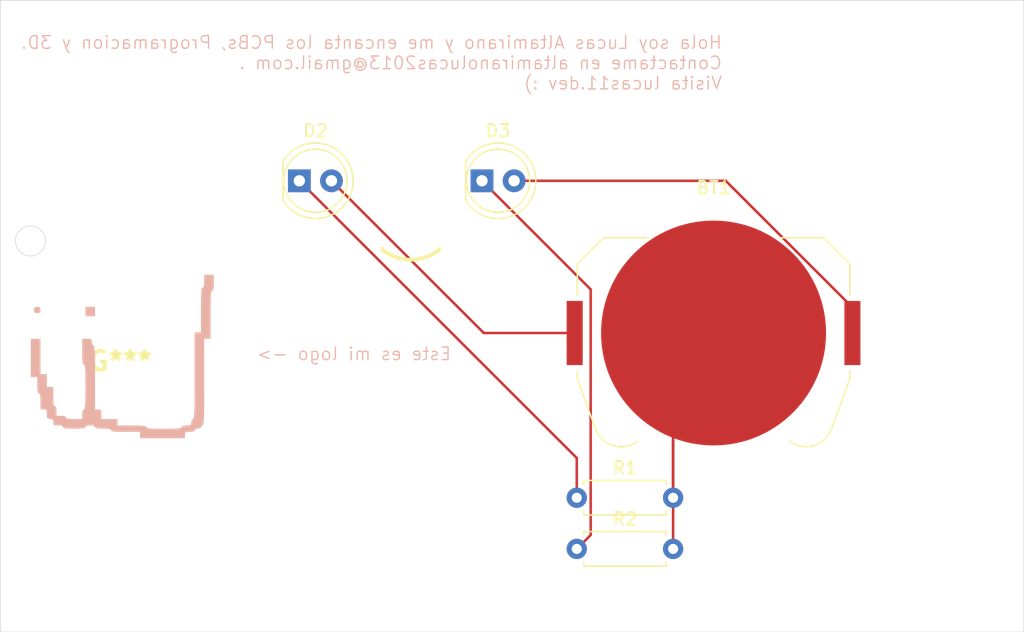
<source format=kicad_pcb>
(kicad_pcb (version 20241229) (generator "pcbnew") (generator_version "9.0")
  (layers (0 "F.Cu" signal) (2 "B.Cu" signal) (13 "F.Paste" user) (15 "B.Paste" user) (5 "F.SilkS" user "F.Silkscreen") (7 "B.SilkS" user "B.Silkscreen") (1 "F.Mask" user) (3 "B.Mask" user) (25 "Edge.Cuts" user))
  (net 0 "")
  (net 1 "Net-(BT1-+)")
  (net 2 "Net-(BT1--)")
  (net 3 "Net-(D2-K)")
  (net 4 "Net-(D3-K)")
  (footprint "LED_THT:LED_D5.0mm" (layer "F.Cu") (at 35.56 26.19375)
    (property "Reference" "D2" (at 1.27 -3.96 0) (layer "F.SilkS"))
    (property "Value" "LED")
    (fp_line (start -1.29 -1.545) (end -1.29 1.545) (stroke (width 0.12)) (layer "F.SilkS"))
    (fp_arc (start -1.29 -1.54483) (mid 2.071756 -2.880501) (end 4.26 -0.000048) (stroke (width 0.12)) (layer "F.SilkS"))
    (fp_arc (start 4.26 0.000048) (mid 2.071756 2.880501) (end -1.29 1.54483) (stroke (width 0.12)) (layer "F.SilkS"))
    (fp_circle (center 1.27 0) (end 3.77 0) (stroke (width 0.12)) (fill no) (layer "F.SilkS"))
    (pad "1" thru_hole rect (at 0 0) (size 1.8 1.8) (drill 0.9) (layers "*.Cu" "*.Mask") (net 3 "Net-(D2-K)"))
    (pad "2" thru_hole circle (at 2.54 0) (size 1.8 1.8) (drill 0.9) (layers "*.Cu" "*.Mask") (net 1 "Net-(BT1-+)"))
  )
  (footprint "Resistor_THT:R_Axial_DIN0207_L6.3mm_D2.5mm_P7.62mm_Horizontal" (layer "F.Cu") (at 57.505 55.33625)
    (property "Reference" "R2" (at 3.81 -2.37 0) (layer "F.SilkS"))
    (property "Value" "R")
    (fp_line (start 0.54 -1.37) (end 7.08 -1.37) (stroke (width 0.12)) (layer "F.SilkS"))
    (fp_line (start 0.54 -1.04) (end 0.54 -1.37) (stroke (width 0.12)) (layer "F.SilkS"))
    (fp_line (start 0.54 1.04) (end 0.54 1.37) (stroke (width 0.12)) (layer "F.SilkS"))
    (fp_line (start 0.54 1.37) (end 7.08 1.37) (stroke (width 0.12)) (layer "F.SilkS"))
    (fp_line (start 7.08 -1.37) (end 7.08 -1.04) (stroke (width 0.12)) (layer "F.SilkS"))
    (fp_line (start 7.08 1.37) (end 7.08 1.04) (stroke (width 0.12)) (layer "F.SilkS"))
    (pad "1" thru_hole circle (at 0 0) (size 1.6 1.6) (drill 0.8) (layers "*.Cu" "*.Mask") (net 4 "Net-(D3-K)"))
    (pad "2" thru_hole oval (at 7.62 0) (size 1.6 1.6) (drill 0.8) (layers "*.Cu" "*.Mask") (net 2 "Net-(BT1--)"))
  )
  (footprint "Battery:BatteryHolder_Keystone_3034_1x20mm" (layer "F.Cu") (at 68.325 38.244325)
    (property "Reference" "BT1" (at 0 -11.5 0) (layer "F.SilkS"))
    (property "Value" "Battery_Cell")
    (fp_line (start -10.78 -5.46) (end -10.78 -3) (stroke (width 0.12)) (layer "F.SilkS"))
    (fp_line (start -10.78 3) (end -10.78 3.63) (stroke (width 0.12)) (layer "F.SilkS"))
    (fp_line (start -10.78 3.63) (end -9.34 7.58) (stroke (width 0.12)) (layer "F.SilkS"))
    (fp_line (start -8.7 -7.54) (end -10.78 -5.46) (stroke (width 0.12)) (layer "F.SilkS"))
    (fp_line (start -5.2 -7.54) (end -8.7 -7.54) (stroke (width 0.12)) (layer "F.SilkS"))
    (fp_line (start 8.7 -7.54) (end 5.2 -7.54) (stroke (width 0.12)) (layer "F.SilkS"))
    (fp_line (start 8.7 -7.54) (end 10.78 -5.46) (stroke (width 0.12)) (layer "F.SilkS"))
    (fp_line (start 10.78 -5.46) (end 10.78 -3) (stroke (width 0.12)) (layer "F.SilkS"))
    (fp_line (start 10.78 3) (end 10.78 3.63) (stroke (width 0.12)) (layer "F.SilkS"))
    (fp_line (start 10.78 3.63) (end 9.34 7.58) (stroke (width 0.12)) (layer "F.SilkS"))
    (fp_arc (start -6.003354 8.56653) (mid -7.921654 8.918738) (end -9.34 7.58) (stroke (width 0.12)) (layer "F.SilkS"))
    (fp_arc (start 9.325243 7.588169) (mid 7.90634 8.911668) (end 6 8.55) (stroke (width 0.12)) (layer "F.SilkS"))
    (pad "1" smd rect (at -10.985 0) (size 1.27 5.08) (layers "F.Cu" "F.Mask" "F.Paste") (net 1 "Net-(BT1-+)"))
    (pad "1" smd rect (at 10.985 0) (size 1.27 5.08) (layers "F.Cu" "F.Mask" "F.Paste") (net 1 "Net-(BT1-+)"))
    (pad "2" smd circle (at 0 0) (size 17.8 17.8) (layers "F.Cu" "F.Mask") (net 2 "Net-(BT1--)"))
  )
  (footprint "Resistor_THT:R_Axial_DIN0207_L6.3mm_D2.5mm_P7.62mm_Horizontal" (layer "F.Cu") (at 57.505 51.28625)
    (property "Reference" "R1" (at 3.81 -2.37 0) (layer "F.SilkS"))
    (property "Value" "R")
    (fp_line (start 0.54 -1.37) (end 7.08 -1.37) (stroke (width 0.12)) (layer "F.SilkS"))
    (fp_line (start 0.54 -1.04) (end 0.54 -1.37) (stroke (width 0.12)) (layer "F.SilkS"))
    (fp_line (start 0.54 1.04) (end 0.54 1.37) (stroke (width 0.12)) (layer "F.SilkS"))
    (fp_line (start 0.54 1.37) (end 7.08 1.37) (stroke (width 0.12)) (layer "F.SilkS"))
    (fp_line (start 7.08 -1.37) (end 7.08 -1.04) (stroke (width 0.12)) (layer "F.SilkS"))
    (fp_line (start 7.08 1.37) (end 7.08 1.04) (stroke (width 0.12)) (layer "F.SilkS"))
    (pad "1" thru_hole circle (at 0 0) (size 1.6 1.6) (drill 0.8) (layers "*.Cu" "*.Mask") (net 3 "Net-(D2-K)"))
    (pad "2" thru_hole oval (at 7.62 0) (size 1.6 1.6) (drill 0.8) (layers "*.Cu" "*.Mask") (net 2 "Net-(BT1--)"))
  )
  (footprint "LED_THT:LED_D5.0mm" (layer "F.Cu") (at 50.00625 26.19375)
    (property "Reference" "D3" (at 1.27 -3.96 0) (layer "F.SilkS"))
    (property "Value" "LED")
    (fp_line (start -1.29 -1.545) (end -1.29 1.545) (stroke (width 0.12)) (layer "F.SilkS"))
    (fp_arc (start -1.29 -1.54483) (mid 2.071756 -2.880501) (end 4.26 -0.000048) (stroke (width 0.12)) (layer "F.SilkS"))
    (fp_arc (start 4.26 0.000048) (mid 2.071756 2.880501) (end -1.29 1.54483) (stroke (width 0.12)) (layer "F.SilkS"))
    (fp_circle (center 1.27 0) (end 3.77 0) (stroke (width 0.12)) (fill no) (layer "F.SilkS"))
    (pad "1" thru_hole rect (at 0 0) (size 1.8 1.8) (drill 0.9) (layers "*.Cu" "*.Mask") (net 4 "Net-(D3-K)"))
    (pad "2" thru_hole circle (at 2.54 0) (size 1.8 1.8) (drill 0.9) (layers "*.Cu" "*.Mask") (net 1 "Net-(BT1-+)"))
  )
  (footprint "LOGO" (layer "B.Cu") (at 21.43125 40.48125 180)
    (property "Reference" "G***" (at 0 0 0) (layer "F.SilkS") (effects (font (size 1.5 1.5) (thickness 0.3))))
    (property "Value" "LOGO" (hide yes))
    (fp_poly (pts (xy 2.794 3.937) (xy 2.794 3.556) (xy 2.413 3.556) (xy 2.032 3.556) (xy 2.032 3.937) (xy 2.032 4.318) (xy 2.413 4.318) (xy 2.794 4.318)) (fill yes) (layer "B.SilkS"))
    (fp_poly (pts (xy 6.783908 4.297021) (xy 6.850218 4.198061) (xy 6.858 4.064) (xy 6.83702 3.884092) (xy 6.73806 3.817782) (xy 6.604 3.81) (xy 6.424091 3.83098) (xy 6.357781 3.92994) (xy 6.35 4.064) (xy 6.370979 4.243909) (xy 6.469939 4.310219) (xy 6.604 4.318)) (fill yes) (layer "B.SilkS"))
    (fp_poly (pts (xy -6.604 6.35) (xy -6.594247 6.055028) (xy -6.559672 5.896659) (xy -6.492303 5.843002) (xy -6.477 5.842) (xy -6.434127 5.821704) (xy -6.401906 5.747353) (xy -6.378894 5.598756) (xy -6.363649 5.355723) (xy -6.35473 4.998063) (xy -6.350693 4.505584) (xy -6.35 4.064) (xy -6.35 2.286) (xy -6.096 2.286) (xy -5.842 2.286) (xy -5.842 -1.143) (xy -5.841372 -2.00418) (xy -5.839124 -2.710781) (xy -5.834708 -3.277553) (xy -5.82758 -3.719249) (xy -5.817192 -4.050618) (xy -5.802998 -4.286411) (xy -5.784453 -4.44138) (xy -5.761009 -4.530275) (xy -5.73212 -4.567847) (xy -5.715 -4.572) (xy -5.614174 -4.647728) (xy -5.588 -4.826) (xy -5.576956 -4.982188) (xy -5.513186 -5.056164) (xy -5.350737 -5.078564) (xy -5.207 -5.08) (xy -4.955878 -5.09662) (xy -4.841492 -5.153134) (xy -4.826 -5.207) (xy -4.803839 -5.254678) (xy -4.722318 -5.289016) (xy -4.558881 -5.312064) (xy -4.290974 -5.325873) (xy -3.896041 -5.332493) (xy -3.429 -5.334) (xy -2.904537 -5.331985) (xy -2.526818 -5.324574) (xy -2.273289 -5.309716) (xy -2.121394 -5.285361) (xy -2.048577 -5.249458) (xy -2.032 -5.207) (xy -2.007888 -5.154964) (xy -1.919119 -5.118999) (xy -1.741049 -5.096366) (xy -1.449031 -5.084325) (xy -1.018421 -5.08014) (xy -0.889 -5.08) (xy 0.254 -5.08) (xy 0.254 -4.826) (xy 0.254 -4.572) (xy 0.889 -4.572) (xy 1.524 -4.572) (xy 1.524 -4.191) (xy 1.531363 -3.956717) (xy 1.573876 -3.845753) (xy 1.682175 -3.812153) (xy 1.778 -3.81) (xy 2.032 -3.81) (xy 2.032 -1.27) (xy 2.032911 -0.538941) (xy 2.036215 0.039844) (xy 2.042763 0.483407) (xy 2.053409 0.808803) (xy 2.069004 1.033083) (xy 2.090402 1.1733) (xy 2.118455 1.246508) (xy 2.154016 1.269758) (xy 2.159 1.27) (xy 2.259826 1.345729) (xy 2.286 1.524) (xy 2.297044 1.680189) (xy 2.360814 1.754165) (xy 2.523263 1.776565) (xy 2.667 1.778) (xy 3.048 1.778) (xy 3.048 0.762) (xy 3.044815 0.32396) (xy 3.033104 0.029265) (xy 3.009627 -0.147989) (xy 2.971147 -0.233707) (xy 2.921 -0.254) (xy 2.878126 -0.274296) (xy 2.845905 -0.348647) (xy 2.822893 -0.497244) (xy 2.807648 -0.740277) (xy 2.798729 -1.097937) (xy 2.794692 -1.590416) (xy 2.794 -2.032) (xy 2.795449 -2.632225) (xy 2.80076 -3.083326) (xy 2.811374 -3.405493) (xy 2.828734 -3.618918) (xy 2.854281 -3.74379) (xy 2.889458 -3.800302) (xy 2.921 -3.81) (xy 3.004707 -3.859861) (xy 3.042836 -4.029402) (xy 3.048 -4.191) (xy 3.048 -4.572) (xy 3.683 -4.572) (xy 4.017945 -4.565347) (xy 4.214554 -4.541306) (xy 4.30345 -4.493752) (xy 4.318 -4.445) (xy 4.367861 -4.361292) (xy 4.537402 -4.323163) (xy 4.699 -4.318) (xy 5.08 -4.318) (xy 5.08 -3.937) (xy 5.09662 -3.685877) (xy 5.153134 -3.571491) (xy 5.207 -3.556) (xy 5.268958 -3.526304) (xy 5.307551 -3.417927) (xy 5.327601 -3.20193) (xy 5.333933 -2.849374) (xy 5.334 -2.794) (xy 5.334 -2.032) (xy 5.588 -2.032) (xy 5.842 -2.032) (xy 5.842 -1.524) (xy 5.842 -1.016) (xy 6.096 -1.016) (xy 6.35 -1.016) (xy 6.35 0.381) (xy 6.35 1.778) (xy 6.731 1.778) (xy 7.112 1.778) (xy 7.112 0.254) (xy 7.112 -1.27) (xy 6.858 -1.27) (xy 6.604 -1.27) (xy 6.604 -1.905) (xy 6.597347 -2.239945) (xy 6.573306 -2.436554) (xy 6.525752 -2.52545) (xy 6.477 -2.54) (xy 6.41001 -2.573263) (xy 6.370689 -2.693468) (xy 6.352909 -2.931238) (xy 6.35 -3.175) (xy 6.35 -3.81) (xy 6.096 -3.81) (xy 5.939811 -3.821044) (xy 5.865835 -3.884814) (xy 5.843435 -4.047263) (xy 5.842 -4.191) (xy 5.834636 -4.425282) (xy 5.792123 -4.536246) (xy 5.683824 -4.569846) (xy 5.588 -4.572) (xy 5.408091 -4.592979) (xy 5.341781 -4.691939) (xy 5.334 -4.826) (xy 5.322955 -4.982188) (xy 5.259185 -5.056164) (xy 5.096736 -5.078564) (xy 4.953 -5.08) (xy 4.701877 -5.09662) (xy 4.587491 -5.153134) (xy 4.572 -5.207) (xy 4.544745 -5.264995) (xy 4.444757 -5.302722) (xy 4.244701 -5.324087) (xy 3.917242 -5.332994) (xy 3.683 -5.334) (xy 3.277033 -5.330106) (xy 3.012941 -5.315822) (xy 2.863387 -5.287243) (xy 2.801036 -5.240463) (xy 2.794 -5.207) (xy 2.744138 -5.123292) (xy 2.574597 -5.085163) (xy 2.413 -5.08) (xy 2.161877 -5.09662) (xy 2.047491 -5.153134) (xy 2.032 -5.207) (xy 1.998736 -5.273989) (xy 1.878531 -5.31331) (xy 1.640761 -5.33109) (xy 1.397 -5.334) (xy 1.062054 -5.340652) (xy 0.865445 -5.364693) (xy 0.776549 -5.412247) (xy 0.762 -5.461) (xy 0.737887 -5.513035) (xy 0.649118 -5.549) (xy 0.471048 -5.571633) (xy 0.17903 -5.583674) (xy -0.25158 -5.587859) (xy -0.381 -5.588) (xy -1.524 -5.588) (xy -1.524 -5.842) (xy -1.524 -6.096) (xy -3.302 -6.096) (xy -5.08 -6.096) (xy -5.08 -5.842) (xy -5.091045 -5.685811) (xy -5.154815 -5.611835) (xy -5.317264 -5.589435) (xy -5.461 -5.588) (xy -5.712123 -5.571379) (xy -5.826509 -5.514865) (xy -5.842 -5.461) (xy -5.917729 -5.360173) (xy -6.096 -5.334) (xy -6.297653 -5.296135) (xy -6.35 -5.207) (xy -6.417773 -5.094751) (xy -6.477 -5.08) (xy -6.508896 -5.06304) (xy -6.535066 -5.002329) (xy -6.556058 -4.883115) (xy -6.572417 -4.690647) (xy -6.58469 -4.410174) (xy -6.593423 -4.026945) (xy -6.599163 -3.52621) (xy -6.602455 -2.893218) (xy -6.603847 -2.113217) (xy -6.604 -1.651) (xy -6.604 1.778) (xy -6.858 1.778) (xy -7.112 1.778) (xy -7.112 3.683) (xy -7.113323 4.3067) (xy -7.11816 4.78063) (xy -7.127815 5.124341) (xy -7.143591 5.357381) (xy -7.166791 5.499302) (xy -7.198718 5.569651) (xy -7.239 5.588) (xy -7.30599 5.621264) (xy -7.345311 5.741469) (xy -7.363091 5.979239) (xy -7.366 6.223) (xy -7.366 6.858) (xy -6.985 6.858) (xy -6.604 6.858)) (fill yes) (layer "B.SilkS"))
  )
  (gr_rect (start 11.90625 11.90625) (end 92.86875 61.9125) (stroke (width 0.05)) (fill no) (layer "Edge.Cuts"))
  (gr_circle (center 14.2875 30.95625) (end 14.2875 32.146875) (stroke (width 0.05)) (fill no) (layer "Edge.Cuts"))
  (gr_text ")" (at 42.8625 30.95625 270) (layer "F.SilkS") (effects (font (size 3 3) (thickness 0.3) (bold yes)) (justify left bottom)))
  (gr_text "Hola soy Lucas Altamirano y me encanta los PCBs, Programacion y 3D.\nContactame en altamiranolucas2013@gmail.com .\nVisita lucas11.dev :)" (at 69.05625 19.05 0) (layer "B.SilkS") (effects (font (size 1 1) (thickness 0.1)) (justify left bottom mirror)))
  (gr_text "Este es mi logo ->" (at 47.625 40.48125 0) (layer "B.SilkS") (effects (font (size 1 1) (thickness 0.1)) (justify left bottom mirror)))
  (segment (start 79.31 36.217146) (end 79.31 38.244325) (width 0.2) (layer "F.Cu") (net 1))
  (segment (start 38.1 26.19375) (end 50.150575 38.244325) (width 0.2) (layer "F.Cu") (net 1))
  (segment (start 69.286604 26.19375) (end 79.31 36.217146) (width 0.2) (layer "F.Cu") (net 1))
  (segment (start 52.54625 26.19375) (end 69.286604 26.19375) (width 0.2) (layer "F.Cu") (net 1))
  (segment (start 50.150575 38.244325) (end 57.34 38.244325) (width 0.2) (layer "F.Cu") (net 1))
  (segment (start 65.125 55.33625) (end 65.125 41.444325) (width 0.2) (layer "F.Cu") (net 2))
  (segment (start 65.125 51.28625) (end 65.125 41.444325) (width 0.2) (layer "F.Cu") (net 2))
  (segment (start 65.125 41.444325) (end 68.325 38.244325) (width 0.2) (layer "F.Cu") (net 2))
  (segment (start 57.505 51.28625) (end 57.505 48.13875) (width 0.2) (layer "F.Cu") (net 3))
  (segment (start 57.505 48.13875) (end 35.56 26.19375) (width 0.2) (layer "F.Cu") (net 3))
  (segment (start 58.606 54.23525) (end 58.606 34.7935) (width 0.2) (layer "F.Cu") (net 4))
  (segment (start 57.505 55.33625) (end 58.606 54.23525) (width 0.2) (layer "F.Cu") (net 4))
  (segment (start 58.606 34.7935) (end 50.00625 26.19375) (width 0.2) (layer "F.Cu") (net 4))
)
</source>
